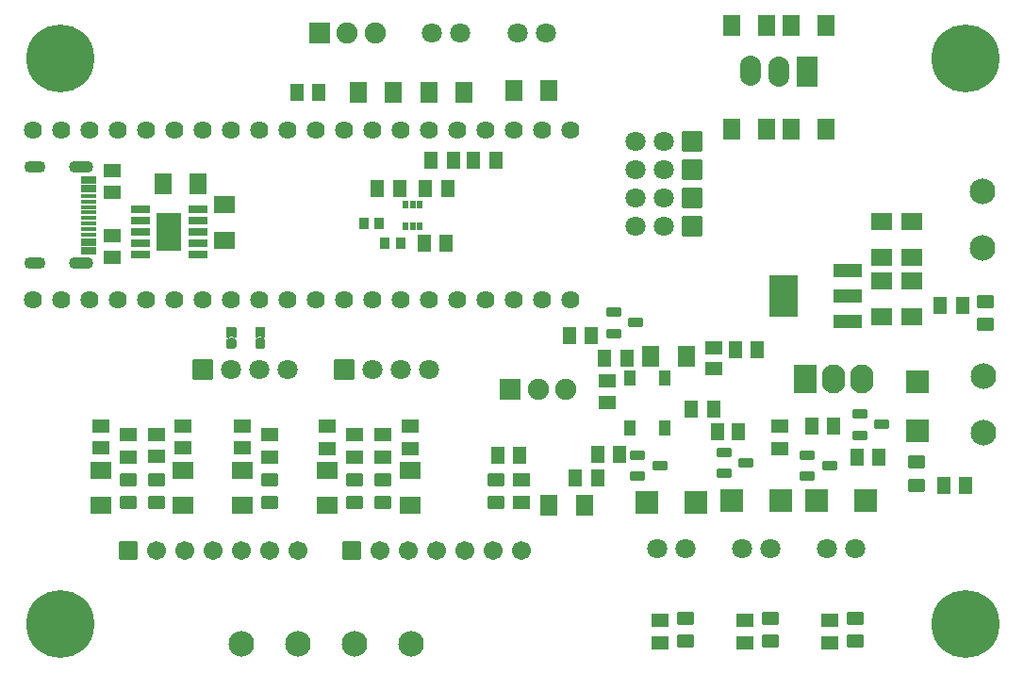
<source format=gts>
G04 Layer: TopSolderMaskLayer*
G04 EasyEDA Pro v2.2.32.3, 2024-11-04 22:23:50*
G04 Gerber Generator version 0.3*
G04 Scale: 100 percent, Rotated: No, Reflected: No*
G04 Dimensions in millimeters*
G04 Leading zeros omitted, absolute positions, 3 integers and 5 decimals*
%FSLAX35Y35*%
%MOMM*%
%AMRoundRect*1,1,$1,$2,$3*1,1,$1,$4,$5*1,1,$1,0-$2,0-$3*1,1,$1,0-$4,0-$5*20,1,$1,$2,$3,$4,$5,0*20,1,$1,$4,$5,0-$2,0-$3,0*20,1,$1,0-$2,0-$3,0-$4,0-$5,0*20,1,$1,0-$4,0-$5,$2,$3,0*4,1,4,$2,$3,$4,$5,0-$2,0-$3,0-$4,0-$5,$2,$3,0*%
%ADD10C,6.10159*%
%ADD11RoundRect,0.09549X-0.74556X0.86705X0.74556X0.86705*%
%ADD12RoundRect,0.09549X0.86705X0.74556X0.86705X-0.74556*%
%ADD13RoundRect,0.09387X-0.69237X-0.57013X-0.69237X0.57013*%
%ADD14RoundRect,0.09387X0.69237X0.57013X0.69237X-0.57013*%
%ADD15RoundRect,0.08838X0.82681X0.28681X0.82681X-0.28681*%
%ADD16RoundRect,0.09749X1.05226X1.65225X1.05226X-1.65225*%
%ADD17RoundRect,0.0995X0.62625X0.30625X0.62625X-0.30625*%
%ADD18RoundRect,0.08752X0.62625X0.30625X0.62625X-0.30625*%
%ADD19RoundRect,0.08002X0.63001X0.16X0.63001X-0.16*%
%ADD20O,2.20002X1.10002*%
%ADD21O,1.90002X1.10002*%
%ADD22C,2.302*%
%ADD23RoundRect,0.09654X-0.85273X0.85273X0.85273X0.85273*%
%ADD24C,1.802*%
%ADD25RoundRect,0.09164X-0.40518X0.45518X0.40518X0.45518*%
%ADD26RoundRect,0.09164X0.40518X-0.45518X-0.40518X-0.45518*%
%ADD27RoundRect,0.09387X-0.57013X0.69237X0.57013X0.69237*%
%ADD28RoundRect,0.09387X0.57013X-0.69237X-0.57013X-0.69237*%
%ADD29RoundRect,0.08533X-0.21833X0.30834X0.21833X0.30834*%
%ADD30RoundRect,0.08533X0.21833X-0.30834X-0.21833X-0.30834*%
%ADD31RoundRect,0.09654X0.85273X-0.85273X-0.85273X-0.85273*%
%ADD32RoundRect,0.09336X-0.70409X-0.50432X-0.70409X0.50432*%
%ADD33RoundRect,0.09549X0.74556X-0.86705X-0.74556X-0.86705*%
%ADD34O,1.902X2.702*%
%ADD35RoundRect,0.09681X0.90259X-1.30259X-0.90259X-1.30259*%
%ADD36O,2.102X2.602*%
%ADD37RoundRect,0.09728X-1.00236X1.25236X1.00236X1.25236*%
%ADD38RoundRect,0.09336X0.70409X0.50432X0.70409X-0.50432*%
%ADD39RoundRect,0.09549X-0.86705X-0.74556X-0.86705X0.74556*%
%ADD40RoundRect,0.0937X-1.23665X0.52915X1.23665X0.52915*%
%ADD41RoundRect,0.0981X-1.23445X1.77195X1.23445X1.77195*%
%ADD42RoundRect,0.09588X-0.80286X0.80286X0.80286X0.80286*%
%ADD43C,1.7016*%
%ADD44C,1.9016*%
%ADD45RoundRect,0.09645X0.90257X-0.90257X-0.90257X-0.90257*%
%ADD46RoundRect,0.09728X-1.00236X1.00236X1.00236X1.00236*%
%ADD47RoundRect,0.09049X0.63076X-0.35575X-0.63076X-0.35575*%
%ADD48C,1.626*%
%ADD49RoundRect,0.09728X1.00236X1.00236X1.00236X-1.00236*%
%ADD50RoundRect,0.09618X-0.85271X0.85271X0.85271X0.85271*%
%ADD51C,1.8016*%
%ADD52RoundRect,0.09093X0.45455X0.65455X0.45455X-0.65455*%
%ADD53RoundRect,0.09017X0.63072X-0.35571X-0.63072X-0.35571*%
G75*


G04 Pad Start*
G54D10*
G01X8636000Y-508008D03*
G01X8636000Y-5588008D03*
G01X508000Y-5588008D03*
G01X508000Y-508008D03*
G54D11*
G01X1746758Y-1638300D03*
G01X1428242Y-1638300D03*
G54D12*
G01X1981200Y-2140458D03*
G01X1981200Y-1821942D03*
G54D13*
G01X977900Y-2097100D03*
G01X977900Y-2297100D03*
G54D14*
G01X977900Y-1712900D03*
G01X977900Y-1512900D03*
G54D15*
G01X1228903Y-1866298D03*
G01X1228903Y-1966298D03*
G01X1228903Y-2066298D03*
G01X1228903Y-2166295D03*
G01X1228903Y-2266295D03*
G01X1742897Y-2266295D03*
G01X1742897Y-2166295D03*
G01X1742897Y-2066298D03*
G01X1742897Y-1966298D03*
G01X1742897Y-1866298D03*
G54D16*
G01X1485900Y-2066298D03*
G54D18*
G01X760702Y-2237687D03*
G01X760702Y-2157702D03*
G54D19*
G01X760702Y-2092703D03*
G01X760702Y-2042691D03*
G01X760702Y-1992704D03*
G01X760702Y-1942691D03*
G01X760702Y-1892704D03*
G01X760702Y-1842691D03*
G01X760702Y-1792704D03*
G01X760702Y-1742691D03*
G54D18*
G01X760702Y-1677693D03*
G01X760702Y-1597708D03*
G54D20*
G01X698701Y-1485694D03*
G54D21*
G01X280693Y-1485694D03*
G01X280693Y-2349701D03*
G54D20*
G01X698701Y-2349701D03*
G54D22*
G01X8788400Y-1701884D03*
G01X8788400Y-2209884D03*
G01X8801100Y-3365584D03*
G01X8801100Y-3873584D03*
G54D23*
G01X3060700Y-3302008D03*
G54D24*
G01X3314700Y-3301982D03*
G01X3568700Y-3301982D03*
G01X3822700Y-3301982D03*
G54D25*
G01X3372002Y-1993908D03*
G01X3231998Y-1993908D03*
G54D26*
G01X3422498Y-2171692D03*
G01X3562502Y-2171692D03*
G54D27*
G01X3973500Y-2171700D03*
G01X3773500Y-2171700D03*
G54D28*
G01X3356938Y-1676413D03*
G01X3556937Y-1676413D03*
G54D27*
G01X3988737Y-1676413D03*
G01X3788738Y-1676413D03*
G54D29*
G01X3607841Y-2012704D03*
G01X3672840Y-2012704D03*
G01X3737839Y-2012704D03*
G54D30*
G01X3737839Y-1822712D03*
G01X3672840Y-1822712D03*
G01X3607841Y-1822712D03*
G54D31*
G01X6184900Y-1257308D03*
G54D24*
G01X5930900Y-1257308D03*
G01X5676900Y-1257308D03*
G54D31*
G01X6184900Y-2019308D03*
G54D24*
G01X5930900Y-2019308D03*
G01X5676900Y-2019308D03*
G54D31*
G01X6184900Y-1511308D03*
G54D24*
G01X5930900Y-1511308D03*
G01X5676900Y-1511308D03*
G54D31*
G01X6184900Y-1765308D03*
G54D24*
G01X5930900Y-1765308D03*
G01X5676900Y-1765308D03*
G54D32*
G01X7645408Y-5533771D03*
G01X7645408Y-5743829D03*
G54D13*
G01X7416800Y-5554701D03*
G01X7416800Y-5754700D03*
G54D11*
G01X6851849Y-1143283D03*
G01X6533333Y-1143283D03*
G54D33*
G01X7066733Y-216183D03*
G01X7385249Y-216183D03*
G54D11*
G01X7385249Y-1143283D03*
G01X7066733Y-1143283D03*
G01X6851854Y-216183D03*
G01X6533338Y-216183D03*
G54D34*
G01X6959309Y-623091D03*
G01X6705284Y-622101D03*
G54D35*
G01X7213309Y-623091D03*
G54D36*
G01X7454892Y-3390900D03*
G01X7708892Y-3390900D03*
G54D37*
G01X7200892Y-3390900D03*
G54D11*
G01X4134358Y-812800D03*
G01X3815842Y-812800D03*
G54D28*
G01X3837000Y-1422400D03*
G01X4037000Y-1422400D03*
G54D24*
G01X3848100Y-279408D03*
G01X4102100Y-279408D03*
G54D38*
G01X8813792Y-2899029D03*
G01X8813792Y-2688971D03*
G54D12*
G01X8153400Y-2292858D03*
G01X8153400Y-1974342D03*
G54D39*
G01X8153400Y-2507742D03*
G01X8153400Y-2826258D03*
G54D12*
G01X7886700Y-2292858D03*
G01X7886700Y-1974342D03*
G54D39*
G01X7886700Y-2507742D03*
G01X7886700Y-2826258D03*
G54D28*
G01X8409000Y-2730500D03*
G01X8609000Y-2730500D03*
G54D40*
G01X7575550Y-2871605D03*
G01X7575550Y-2641608D03*
G01X7575550Y-2411611D03*
G54D41*
G01X7004050Y-2641608D03*
G54D42*
G01X1117600Y-4927600D03*
G54D43*
G01X1371600Y-4927600D03*
G01X1625600Y-4927600D03*
G01X1879600Y-4927600D03*
G01X2133600Y-4927600D03*
G01X2387600Y-4927600D03*
G01X2641600Y-4927600D03*
G54D42*
G01X3124200Y-4927600D03*
G54D43*
G01X3378200Y-4927600D03*
G01X3632200Y-4927600D03*
G01X3886200Y-4927600D03*
G01X4140200Y-4927600D03*
G01X4394200Y-4927600D03*
G01X4648200Y-4927600D03*
G54D39*
G01X2146300Y-4206039D03*
G01X2146300Y-4524555D03*
G01X876300Y-4206039D03*
G01X876300Y-4524555D03*
G01X1612900Y-4206039D03*
G01X1612900Y-4524555D03*
G01X2908300Y-4206039D03*
G01X2908300Y-4524555D03*
G01X3650524Y-4206039D03*
G01X3650524Y-4524555D03*
G54D33*
G01X4894326Y-4521200D03*
G01X5212842Y-4521200D03*
G54D38*
G01X2387592Y-4499229D03*
G01X2387592Y-4289171D03*
G01X1117592Y-4499229D03*
G01X1117592Y-4289171D03*
G01X1371592Y-4499229D03*
G01X1371592Y-4289171D03*
G01X3149592Y-4499229D03*
G01X3149592Y-4289171D03*
G01X3403592Y-4499229D03*
G01X3403592Y-4289171D03*
G01X4419592Y-4499229D03*
G01X4419592Y-4289171D03*
G54D13*
G01X2146300Y-3808400D03*
G01X2146300Y-4008399D03*
G01X876300Y-3807554D03*
G01X876300Y-4007554D03*
G01X1612900Y-3807554D03*
G01X1612900Y-4007554D03*
G01X2908300Y-3811600D03*
G01X2908300Y-4011600D03*
G01X3650524Y-3814003D03*
G01X3650524Y-4014003D03*
G01X4649800Y-4295800D03*
G01X4649800Y-4495800D03*
G54D22*
G01X2641600Y-5765800D03*
G01X2133600Y-5765800D03*
G01X3657600Y-5765800D03*
G01X3149600Y-5765800D03*
G54D44*
G01X3336100Y-279400D03*
G01X3086113Y-279400D03*
G54D45*
G01X2836101Y-279400D03*
G54D33*
G01X3179826Y-812800D03*
G01X3498342Y-812800D03*
G54D27*
G01X2832100Y-811200D03*
G01X2632100Y-811200D03*
G54D44*
G01X5050600Y-3479800D03*
G01X4800613Y-3479800D03*
G54D45*
G01X4550601Y-3479800D03*
G54D11*
G01X4897584Y-792409D03*
G01X4579068Y-792409D03*
G54D27*
G01X4418000Y-1422400D03*
G01X4218000Y-1422400D03*
G54D24*
G01X4611326Y-279408D03*
G01X4865326Y-279408D03*
G54D46*
G01X7298398Y-4483100D03*
G01X7738402Y-4483100D03*
G54D24*
G01X6629400Y-4914908D03*
G01X6883400Y-4914908D03*
G01X5867400Y-4914908D03*
G01X6121400Y-4914908D03*
G54D32*
G01X6883408Y-5533771D03*
G01X6883408Y-5743829D03*
G01X6121408Y-5533771D03*
G01X6121408Y-5743829D03*
G54D47*
G01X7215200Y-4070596D03*
G01X7215200Y-4260588D03*
G01X7415200Y-4165592D03*
G54D13*
G01X6654800Y-5554701D03*
G01X6654800Y-5754700D03*
G01X5892800Y-5554701D03*
G01X5892800Y-5754700D03*
G54D46*
G01X6536398Y-4483100D03*
G01X6976402Y-4483100D03*
G01X5774398Y-4495800D03*
G01X6214402Y-4495800D03*
G54D24*
G01X7391400Y-4914908D03*
G01X7645400Y-4914908D03*
G54D47*
G01X6465900Y-4045196D03*
G01X6465900Y-4235188D03*
G01X6665900Y-4140192D03*
G01X5691200Y-4070596D03*
G01X5691200Y-4260588D03*
G01X5891200Y-4165592D03*
G54D48*
G01X5092700Y-2679708D03*
G01X4838700Y-2679708D03*
G01X4584700Y-2679708D03*
G01X4330700Y-2679708D03*
G01X4076700Y-2679708D03*
G01X3822700Y-2679708D03*
G01X3568700Y-2679708D03*
G01X3314700Y-2679708D03*
G01X3060700Y-2679708D03*
G01X2806700Y-2679708D03*
G01X2552700Y-2679708D03*
G01X2298700Y-2679708D03*
G01X2044700Y-2679708D03*
G01X1790700Y-2679708D03*
G01X1536700Y-2679708D03*
G01X1282700Y-2679708D03*
G01X1028700Y-2679708D03*
G01X774700Y-2679708D03*
G01X520700Y-2679708D03*
G01X266700Y-2679708D03*
G01X266700Y-1155708D03*
G01X520700Y-1155708D03*
G01X774700Y-1155708D03*
G01X1028700Y-1155708D03*
G01X1282700Y-1155708D03*
G01X1536700Y-1155708D03*
G01X1790700Y-1155708D03*
G01X2044700Y-1155708D03*
G01X2298700Y-1155708D03*
G01X2552700Y-1155708D03*
G01X2806700Y-1155708D03*
G01X3060700Y-1155708D03*
G01X3314700Y-1155708D03*
G01X3568700Y-1155708D03*
G01X3822700Y-1155708D03*
G01X4076700Y-1155708D03*
G01X4330700Y-1155708D03*
G01X4584700Y-1155708D03*
G01X4838700Y-1155708D03*
G01X5092700Y-1155708D03*
G54D49*
G01X8204200Y-3412193D03*
G01X8204200Y-3852197D03*
G54D32*
G01X8194929Y-4133334D03*
G01X8194929Y-4343392D03*
G54D47*
G01X7685100Y-3702296D03*
G01X7685100Y-3892288D03*
G01X7885100Y-3797292D03*
G54D14*
G01X6375400Y-3297022D03*
G01X6375400Y-3103778D03*
G54D27*
G01X6599022Y-3860800D03*
G01X6405778Y-3860800D03*
G01X6373800Y-3657600D03*
G01X6173800Y-3657600D03*
G01X5525800Y-4066682D03*
G01X5332557Y-4066682D03*
G01X5332400Y-4279900D03*
G01X5132400Y-4279900D03*
G54D28*
G01X8437601Y-4343400D03*
G01X8637600Y-4343400D03*
G01X7659700Y-4089400D03*
G01X7859700Y-4089400D03*
G54D27*
G01X7449922Y-3810000D03*
G01X7256678Y-3810000D03*
G54D14*
G01X6970700Y-4010000D03*
G01X6970700Y-3810000D03*
G54D28*
G01X6567500Y-3124200D03*
G01X6767500Y-3124200D03*
G54D50*
G01X1790700Y-3302000D03*
G54D51*
G01X2044700Y-3302000D03*
G01X2298700Y-3302000D03*
G01X2552700Y-3302000D03*
G54D33*
G01X5810758Y-3187700D03*
G01X6129274Y-3187700D03*
G54D52*
G01X5938507Y-3831791D03*
G01X5618493Y-3831791D03*
G01X5618493Y-3381804D03*
G01X5938507Y-3381804D03*
G54D53*
G01X5475300Y-2787904D03*
G01X5475300Y-2977896D03*
G01X5675300Y-2882900D03*
G54D14*
G01X2387600Y-4087800D03*
G01X2387600Y-3887800D03*
G01X1118997Y-4088884D03*
G01X1118997Y-3888885D03*
G01X1372997Y-4085684D03*
G01X1372997Y-3885684D03*
G01X3152358Y-4087284D03*
G01X3152358Y-3887285D03*
G01X3403600Y-4087800D03*
G01X3403600Y-3887800D03*
G54D28*
G01X4433900Y-4076700D03*
G01X4633900Y-4076700D03*
G01X5077772Y-2998902D03*
G01X5277772Y-2998902D03*
G54D27*
G01X5597500Y-3202000D03*
G01X5397500Y-3202000D03*
G54D14*
G01X5417480Y-3601143D03*
G01X5417480Y-3401144D03*
G36*
G01X2072772Y-3020652D02*
G01X2043227Y-3001597D01*
G01X2013681Y-3020652D01*
G02X1998015Y-3012114I-5507J8538D01*
G01X1998015Y-2929564D01*
G02X2008175Y-2919404I10160J0D01*
G01X2078279Y-2919404D01*
G02X2088439Y-2929564I0J-10160D01*
G01X2088439Y-3012114D01*
G02X2072772Y-3020652I-10160J0D01*
G37*
G36*
G01X2088439Y-3102284D02*
G02X2078279Y-3112444I-10160J0D01*
G01X2008175Y-3112444D01*
G02X1998015Y-3102284I0J10160D01*
G01X1998015Y-3042340D01*
G02X2002668Y-3033801I10160J0D01*
G01X2037720Y-3011195D01*
G02X2048733Y-3011195I5507J-8538D01*
G01X2083785Y-3033801D01*
G02X2088439Y-3042340I-5507J-8538D01*
G01X2088439Y-3102284D01*
G37*
G36*
G01X2332576Y-3020652D02*
G01X2303031Y-3001597D01*
G01X2273485Y-3020652D01*
G02X2257819Y-3012114I-5507J8538D01*
G01X2257819Y-2929564D01*
G02X2267979Y-2919404I10160J0D01*
G01X2338083Y-2919404D01*
G02X2348243Y-2929564I0J-10160D01*
G01X2348243Y-3012114D01*
G02X2332576Y-3020652I-10160J0D01*
G37*
G36*
G01X2348243Y-3102284D02*
G02X2338083Y-3112444I-10160J0D01*
G01X2267979Y-3112444D01*
G02X2257819Y-3102284I0J10160D01*
G01X2257819Y-3042340D01*
G02X2262472Y-3033801I10160J0D01*
G01X2297524Y-3011195D01*
G02X2308537Y-3011195I5507J-8538D01*
G01X2343589Y-3033801D01*
G02X2348243Y-3042340I-5507J-8538D01*
G01X2348243Y-3102284D01*
G37*
G04 Pad End*

M02*


</source>
